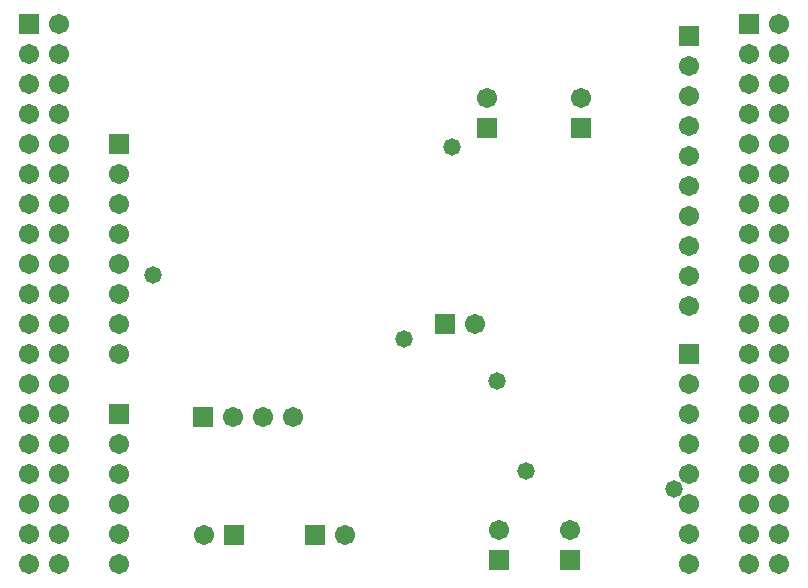
<source format=gbs>
G04*
G04 #@! TF.GenerationSoftware,Altium Limited,Altium Designer,18.1.6 (161)*
G04*
G04 Layer_Color=16711935*
%FSLAX25Y25*%
%MOIN*%
G70*
G01*
G75*
%ADD22R,0.06706X0.06706*%
%ADD23C,0.06706*%
%ADD24R,0.06706X0.06706*%
%ADD25C,0.05800*%
D22*
X151417Y91969D02*
D03*
X70551Y61024D02*
D03*
X80866Y21654D02*
D03*
X108110D02*
D03*
D23*
X161417Y91969D02*
D03*
X196850Y167244D02*
D03*
X165354Y167323D02*
D03*
X42795Y11969D02*
D03*
Y21969D02*
D03*
Y31969D02*
D03*
Y41969D02*
D03*
Y51969D02*
D03*
X232795Y11969D02*
D03*
Y21969D02*
D03*
Y31969D02*
D03*
Y41969D02*
D03*
Y51969D02*
D03*
Y61969D02*
D03*
Y71969D02*
D03*
Y177953D02*
D03*
Y157953D02*
D03*
Y147953D02*
D03*
Y137953D02*
D03*
Y127953D02*
D03*
Y117953D02*
D03*
Y107953D02*
D03*
Y97953D02*
D03*
Y167953D02*
D03*
X169291Y23319D02*
D03*
X192913D02*
D03*
X22795Y11969D02*
D03*
X12795D02*
D03*
X22795Y21969D02*
D03*
X12795D02*
D03*
X22795Y31969D02*
D03*
X12795D02*
D03*
X22795Y41969D02*
D03*
X12795D02*
D03*
X22795Y51969D02*
D03*
X12795D02*
D03*
X22795Y61969D02*
D03*
X12795D02*
D03*
X22795Y71969D02*
D03*
X12795D02*
D03*
X22795Y81969D02*
D03*
X12795D02*
D03*
X22795Y91969D02*
D03*
X12795D02*
D03*
X22795Y101969D02*
D03*
X12795D02*
D03*
X22795Y111969D02*
D03*
X12795D02*
D03*
X22795Y121969D02*
D03*
X12795D02*
D03*
X22795Y131969D02*
D03*
X12795D02*
D03*
X22795Y141969D02*
D03*
X12795D02*
D03*
X22795Y151969D02*
D03*
X12795D02*
D03*
X22795Y161969D02*
D03*
X12795D02*
D03*
X22795Y171969D02*
D03*
X12795D02*
D03*
X22795Y181969D02*
D03*
X12795D02*
D03*
X22795Y191969D02*
D03*
X42795Y141969D02*
D03*
Y131969D02*
D03*
Y121969D02*
D03*
Y111969D02*
D03*
Y101969D02*
D03*
Y91969D02*
D03*
Y81969D02*
D03*
X262795Y11969D02*
D03*
X252795D02*
D03*
X262795Y21969D02*
D03*
X252795D02*
D03*
X262795Y31969D02*
D03*
X252795D02*
D03*
X262795Y41969D02*
D03*
X252795D02*
D03*
X262795Y51969D02*
D03*
X252795D02*
D03*
X262795Y61969D02*
D03*
X252795D02*
D03*
X262795Y71969D02*
D03*
X252795D02*
D03*
X262795Y81969D02*
D03*
X252795D02*
D03*
X262795Y91969D02*
D03*
X252795D02*
D03*
X262795Y101969D02*
D03*
X252795D02*
D03*
X262795Y111969D02*
D03*
X252795D02*
D03*
X262795Y121969D02*
D03*
X252795D02*
D03*
X262795Y131969D02*
D03*
X252795D02*
D03*
X262795Y141969D02*
D03*
X252795D02*
D03*
X262795Y151969D02*
D03*
X252795D02*
D03*
X262795Y161969D02*
D03*
X252795D02*
D03*
X262795Y171969D02*
D03*
X252795D02*
D03*
X262795Y181969D02*
D03*
X252795D02*
D03*
X262795Y191969D02*
D03*
X100551Y61024D02*
D03*
X90551D02*
D03*
X80551D02*
D03*
X70866Y21654D02*
D03*
X118110D02*
D03*
D24*
X196850Y157244D02*
D03*
X165354Y157323D02*
D03*
X42795Y61969D02*
D03*
X232795Y81969D02*
D03*
Y187953D02*
D03*
X169291Y13319D02*
D03*
X192913D02*
D03*
X12795Y191969D02*
D03*
X42795Y151969D02*
D03*
X252795Y191969D02*
D03*
D25*
X137795Y87016D02*
D03*
X153543Y150900D02*
D03*
X168760Y72835D02*
D03*
X54000Y108300D02*
D03*
X178400Y42800D02*
D03*
X227800Y37000D02*
D03*
M02*

</source>
